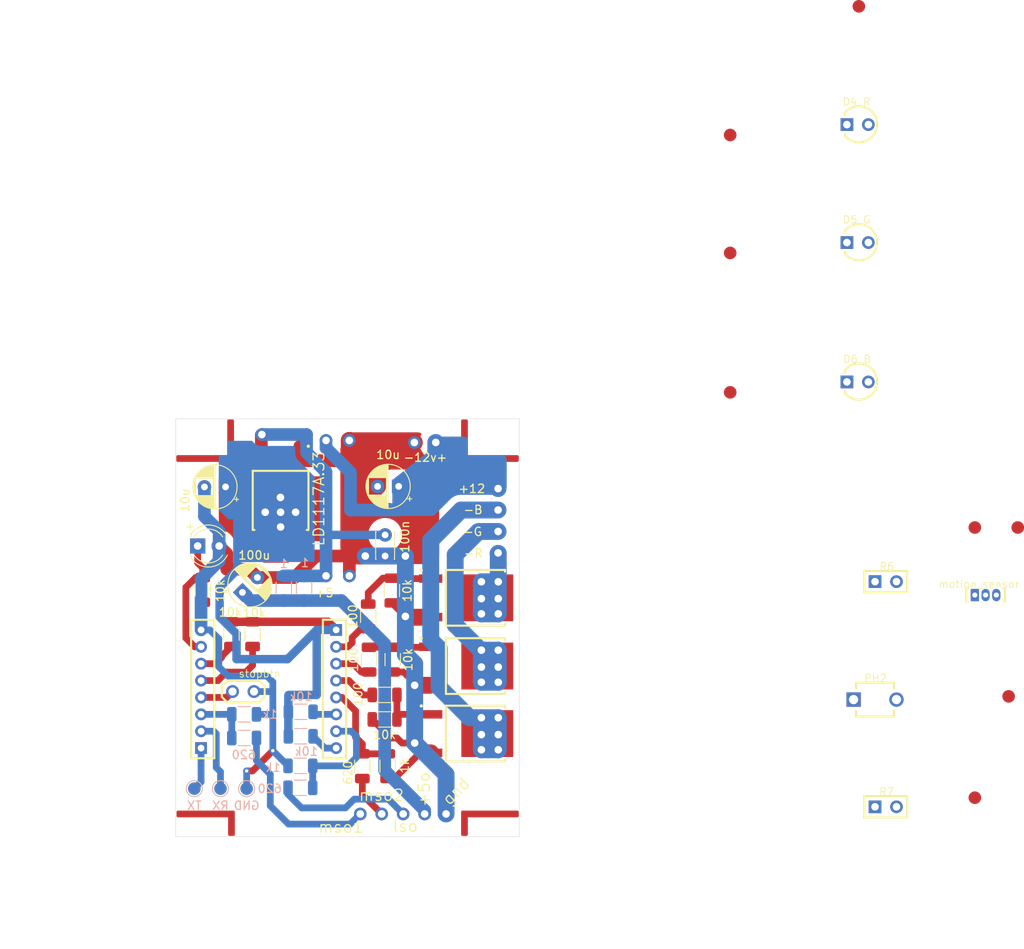
<source format=kicad_pcb>
(kicad_pcb (version 20240108) (generator "pcbnew") (generator_version "8.0")
  (layers (0 "F.Cu" signal) (31 "B.Cu" signal) (34 "B.Paste" user) (35 "F.Paste" user) (36 "B.SilkS" user "B.Silkscreen") (37 "F.SilkS" user "F.Silkscreen") (38 "B.Mask" user) (39 "F.Mask" user) (44 "Edge.Cuts" user))
  (net 0 "")
  (net 1 "Net_0")
  (net 2 "Net_1")
  (net 3 "Net_2")
  (net 4 "Net_3")
  (net 5 "Net_4")
  (net 6 "Net_5")
  (net 7 "Net_6")
  (net 8 "Net_7")
  (net 9 "Net_8")
  (net 10 "Net_9")
  (net 11 "Net_10")
  (net 12 "Net_11")
  (net 13 "Net_12")
  (net 14 "Net_13")
  (net 15 "Net_14")
  (net 16 "Net_15")
  (net 17 "Net_16")
  (net 18 "Net_17")
  (net 19 "Net_18")
  (net 20 "Net_19")
  (net 21 "Net_20")
  (net 22 "Net_21")
  (net 23 "Net_24")
  (net 24 "Net_25")
  (net 25 "Net_26")
  (net 26 "Net_27")
  (net 27 "Net_28")
  (net 28 "Net_29")
  (net 29 "Net_30")
  (net 30 "Net_32")
  (net 31 "Net_22")
  (net 32 "Net_33")
  (net 33 "Net_34")
  (net 34 "Net_35")
  (net 35 "Net_36")
  (footprint "Resistor_SMD:R_1206_3216Metric" (layer "F.Cu") (at 150.8011 103.4436 -90)
    (property "Reference" "R14")
    (property "Value" "100")
  )
  (footprint "darkness plata-5:One_Contact_Pin_motion+3.1" (layer "F.Cu") (at 152.4011 126.8436 90)
    (property "Reference" "motion_OUT2" (hide yes))
    (property "Value" "ONE CONNECTOR" (hide yes))
  )
  (footprint "darkness plata-5:One_Contact_Pin_+12stab" (layer "F.Cu") (at 208.911733 31.1854)
    (property "Reference" "+12stab0" (hide yes))
    (property "Value" "ONE CONNECTOR" (hide yes))
  )
  (footprint "darkness plata-5:One_Contact_Pin_-B" (layer "F.Cu") (at 166.1811 95.9236 180)
    (property "Reference" "-R0" (hide yes))
    (property "Value" "ONE CONNECTOR" (hide yes))
  )
  (footprint "Resistor_SMD:R_1206_3216Metric" (layer "F.Cu") (at 150.1011 121.1811 90)
    (property "Reference" "R10")
    (property "Value" "620")
  )
  (footprint "darkness plata-5:One_Contact_Pin_+3.3" (layer "F.Cu") (at 145.8011 82.6036)
    (property "Reference" "+12in0" (hide yes))
    (property "Value" "ONE CONNECTOR" (hide yes))
  )
  (footprint "darkness plata-5:One_Contact_Pin_+12stab" (layer "F.Cu") (at 193.671733 46.4254)
    (property "Reference" "from_RED-0" (hide yes))
    (property "Value" "ONE CONNECTOR" (hide yes))
  )
  (footprint "darkness plata-5:One_Contact_Pin_-B" (layer "F.Cu") (at 166.1811 90.8436 180)
    (property "Reference" "-B0" (hide yes))
    (property "Value" "ONE CONNECTOR" (hide yes))
  )
  (footprint "darkness plata-5:One_Contact_Pin_-B" (layer "F.Cu") (at 166.1811 93.3836 180)
    (property "Reference" "-G0" (hide yes))
    (property "Value" "ONE CONNECTOR" (hide yes))
  )
  (footprint "darkness plata-5:QEC112" (layer "F.Cu") (at 208.768337 45.194099)
    (property "Reference" "D4_R0" (hide yes))
    (property "Value" "QEC112" (hide yes))
  )
  (footprint "darkness plata-5:One_Contact_Pin_+12stab" (layer "F.Cu") (at 222.6511 124.914867)
    (property "Reference" "toADC0" (hide yes))
    (property "Value" "ONE CONNECTOR" (hide yes))
  )
  (footprint "darkness plata-5:SIP-3_4.58x1.55x1.27" (layer "F.Cu") (at 223.9211 100.914867)
    (property "Reference" "motion_sensor0" (hide yes))
    (property "Value" "A3058LU" (hide yes))
  )
  (footprint "Capacitor_THT:CP_Radial_D5.0mm_P2.50mm" (layer "F.Cu") (at 154.406213 88.0436 180)
    (property "Reference" "C1")
    (property "Value" "10u")
  )
  (footprint "Resistor_SMD:R_1206_3216Metric" (layer "F.Cu") (at 153.1011 121.1811 90)
    (property "Reference" "R10")
    (property "Value" "1k")
  )
  (footprint "darkness plata-5:QEC112" (layer "F.Cu") (at 208.768337 59.164099)
    (property "Reference" "D5_G0" (hide yes))
    (property "Value" "QEC112" (hide yes))
  )
  (footprint "darkness plata-5:One_Contact_Pin_+12stab" (layer "F.Cu") (at 227.7311 92.914867)
    (property "Reference" "toD5" (hide yes))
    (property "Value" "ONE CONNECTOR" (hide yes))
  )
  (footprint "darkness plata-5:51015-0800" (layer "F.Cu") (at 131.0011 112.0436 90)
    (property "Reference" "J1" (hide yes))
    (property "Value" "51015-0800" (hide yes))
  )
  (footprint "darkness plata-5:TO252_50N024-09P" (layer "F.Cu") (at 140.4211 88.6036 -90)
    (property "Reference" "Q4")
    (property "Value" "LD1117A.33")
  )
  (footprint "Resistor_SMD:R_1206_3216Metric" (layer "F.Cu") (at 150.9011 108.5636 -90)
    (property "Reference" "R16")
    (property "Value" "100")
  )
  (footprint "Capacitor_THT:CP_Radial_D5.0mm_P2.50mm" (layer "F.Cu") (at 133.9011 88.1036 180)
    (property "Reference" "C2" (hide yes))
    (property "Value" "10u")
  )
  (footprint "darkness plata-5:TO252_50N024-09P" (layer "F.Cu") (at 162.4011 117.3236)
    (property "Reference" "Q3" (hide yes))
    (property "Value" "P0903" (hide yes))
  )
  (footprint "darkness plata-5:HDR-1x2" (layer "F.Cu") (at 212.0986 125.994867)
    (property "Reference" "R7" (hide yes))
    (property "Value" "30k" (hide yes))
  )
  (footprint "Resistor_SMD:R_1206_3216Metric" (layer "F.Cu") (at 134.6011 105.5436 -90)
    (property "Reference" "R9")
    (property "Value" "10k")
  )
  (footprint "darkness plata-5:One_Contact_Pin_+12stab" (layer "F.Cu") (at 222.6511 92.914867)
    (property "Reference" "to+3.3v0" (hide yes))
    (property "Value" "ONE CONNECTOR" (hide yes))
  )
  (footprint "Resistor_SMD:R_1206_3216Metric" (layer "F.Cu") (at 152.7386 115.6436)
    (property "Reference" "R17")
    (property "Value" "10k")
  )
  (footprint "darkness plata-5:One_Contact_Pin" (layer "F.Cu") (at 158.8011 82.8436)
    (property "Reference" "+12" (hide yes))
    (property "Value" "ONE CONNECTOR" (hide yes))
  )
  (footprint "darkness plata-5:One_Contact_Pin_-3.3" (layer "F.Cu") (at 148.5611 98.6436)
    (property "Reference" "-3.3" (hide yes))
    (property "Value" "PAD" (hide yes))
  )
  (footprint "Resistor_SMD:R_1206_3216Metric" (layer "F.Cu") (at 137.1011 105.5436 -90)
    (property "Reference" "R8")
    (property "Value" "10k")
  )
  (footprint "darkness plata-5:TO252_50N024-09P" (layer "F.Cu") (at 162.4011 101.2436)
    (property "Reference" "Q1" (hide yes))
    (property "Value" "P0903" (hide yes))
  )
  (footprint "darkness plata-5:Pad_-12in" (layer "F.Cu") (at 148.5611 82.6036)
    (property "Reference" "-12in0" (hide yes))
    (property "Value" "PAD" (hide yes))
  )
  (footprint "darkness plata-5:One_Contact_Pin_motion+3.1" (layer "F.Cu") (at 149.8611 126.8436 90)
    (property "Reference" "motion_OUT1" (hide yes))
    (property "Value" "ONE CONNECTOR" (hide yes))
  )
  (footprint "darkness plata-5:51015-0800" (layer "F.Cu") (at 147.0011 112.0436 -90)
    (property "Reference" "J2" (hide yes))
    (property "Value" "51015-0800" (hide yes))
  )
  (footprint "darkness plata-5:One_Contact_Pin" (layer "F.Cu") (at 156.2611 82.8436)
    (property "Reference" "-12" (hide yes))
    (property "Value" "ONE CONNECTOR" (hide yes))
  )
  (footprint "darkness plata-5:One_Contact_Pin_motion+3.1" (layer "F.Cu") (at 154.9411 126.8436 180)
    (property "Reference" "LIGHT_SENSOR0" (hide yes))
    (property "Value" "ONE CONNECTOR" (hide yes))
  )
  (footprint "Resistor_SMD:R_1206_3216Metric" (layer "F.Cu") (at 152.7386 112.7436 180)
    (property "Reference" "R18")
    (property "Value" "100")
  )
  (footprint "Resistor_SMD:R_1206_3216Metric" (layer "F.Cu") (at 131.2011 100.3036 90)
    (property "Reference" "R11")
    (property "Value" "10k")
  )
  (footprint "Resistor_SMD:R_1206_3216Metric" (layer "F.Cu") (at 153.6011 100.3811 90)
    (property "Reference" "R13")
    (property "Value" "10k")
  )
  (footprint "Capacitor_THT:C_Disc_D3.0mm_W2.0mm_P2.50mm" (layer "F.Cu") (at 152.8011 93.7936 -90)
    (property "Reference" "100n")
    (property "Value" "100n")
  )
  (footprint "darkness plata-5:TO252_50N024-09P" (layer "F.Cu") (at 162.4011 109.3236)
    (property "Reference" "Q2" (hide yes))
    (property "Value" "P0903" (hide yes))
  )
  (footprint "darkness plata-5:One_Contact_Pin" (layer "F.Cu") (at 166.1811 88.3036 180)
    (property "Reference" "+rgb0" (hide yes))
    (property "Value" "ONE CONNECTOR" (hide yes))
  )
  (footprint "darkness plata-5:JMP" (layer "F.Cu") (at 136.0011 112.3436)
    (property "Reference" "stopbtn0" (hide yes))
    (property "Value" "JUMPER" (hide yes))
  )
  (footprint "darkness plata-5:One_Contact_Pin_motion+3.1" (layer "F.Cu") (at 157.4811 126.8436 180)
    (property "Reference" "motion+3.1" (hide yes))
    (property "Value" "ONE CONNECTOR" (hide yes))
  )
  (footprint "darkness plata-5:One_Contact_Pin_+12stab" (layer "F.Cu") (at 193.671733 60.3954)
    (property "Reference" "from_GREEN-0" (hide yes))
    (property "Value" "ONE CONNECTOR" (hide yes))
  )
  (footprint "darkness plata-5:BP104F" (layer "F.Cu") (at 210.8278 113.294867)
    (property "Reference" "PH2" (hide yes))
    (property "Value" "1k-150k" (hide yes))
  )
  (footprint "darkness plata-5:HDR-1x2" (layer "F.Cu") (at 212.0986 99.324867)
    (property "Reference" "R6" (hide yes))
    (property "Value" "2k" (hide yes))
  )
  (footprint "LED_THT:LED_D4.0mm" (layer "F.Cu") (at 130.6011 95.1036)
    (property "Reference" "D1")
    (property "Value" "4mm Round" (hide yes))
  )
  (footprint "darkness plata-5:One_Contact_Pin_+12stab" (layer "F.Cu") (at 226.6511 112.914867)
    (property "Reference" "toGND0" (hide yes))
    (property "Value" "ONE CONNECTOR" (hide yes))
  )
  (footprint "darkness plata-5:One_Contact_Pin_+3.3" (layer "F.Cu") (at 145.8011 98.6436)
    (property "Reference" "+3.3" (hide yes))
    (property "Value" "ONE CONNECTOR" (hide yes))
  )
  (footprint "darkness plata-5:One_Contact_Pin_motion+3.1" (layer "F.Cu") (at 160.0211 126.8436 180)
    (property "Reference" "motion_GND1" (hide yes))
    (property "Value" "ONE CONNECTOR" (hide yes))
  )
  (footprint "darkness plata-5:QEC112" (layer "F.Cu") (at 208.768337 75.674099)
    (property "Reference" "D6_B0" (hide yes))
    (property "Value" "QEC112" (hide yes))
  )
  (footprint "darkness plata-5:One_Contact_Pin_+12stab" (layer "F.Cu") (at 193.671733 76.9054)
    (property "Reference" "from_BLUE-0" (hide yes))
    (property "Value" "ONE CONNECTOR" (hide yes))
  )
  (footprint "Capacitor_THT:CP_Radial_D5.0mm_P2.50mm" (layer "F.Cu") (at 135.9011 100.6036 45)
    (property "Reference" "C2" (hide yes))
    (property "Value" "100u")
  )
  (footprint "Resistor_SMD:R_1206_3216Metric" (layer "F.Cu") (at 153.7011 108.5636 90)
    (property "Reference" "R15")
    (property "Value" "10k")
  )
  (footprint "Resistor_SMD:R_1206_3216Metric" (layer "B.Cu") (at 142.763537 123.7436)
    (property "Reference" "R10")
    (property "Value" "620")
  )
  (footprint "Resistor_SMD:R_1206_3216Metric" (layer "B.Cu") (at 143.201101 100.1036 90)
    (property "Reference" "R19" (hide yes))
    (property "Value" "1")
  )
  (footprint "TestPoint:TestPoint_Pad_D1.5mm" (layer "B.Cu") (at 136.4011 123.8436 180)
    (property "Reference" "GND")
    (property "Value" "GND")
  )
  (footprint "Resistor_SMD:R_1206_3216Metric" (layer "B.Cu") (at 136.1011 115.0436)
    (property "Reference" "R10")
    (property "Value" "1k")
  )
  (footprint "Resistor_SMD:R_1206_3216Metric" (layer "B.Cu") (at 142.8011 114.7436)
    (property "Reference" "R12")
    (property "Value" "10k")
  )
  (footprint "Resistor_SMD:R_1206_3216Metric" (layer "B.Cu") (at 142.8011 117.6436)
    (property "Reference" "R10")
    (property "Value" "10k")
  )
  (footprint "Resistor_SMD:R_1206_3216Metric" (layer "B.Cu") (at 136.1011 117.8436)
    (property "Reference" "R10")
    (property "Value" "620")
  )
  (footprint "TestPoint:TestPoint_Pad_D1.5mm" (layer "B.Cu") (at 133.3011 123.8436 180)
    (property "Reference" "RX")
    (property "Value" "RX")
  )
  (footprint "Resistor_SMD:R_1206_3216Metric" (layer "B.Cu") (at 142.763537 121.1436)
    (property "Reference" "R10")
    (property "Value" "1k")
  )
  (footprint "TestPoint:TestPoint_Pad_D1.5mm" (layer "B.Cu") (at 130.2011 123.8436 180)
    (property "Reference" "TX")
    (property "Value" "TX")
  )
  (footprint "Resistor_SMD:R_1206_3216Metric" (layer "B.Cu") (at 140.8011 100.1036 90)
    (property "Reference" "R19" (hide yes))
    (property "Value" "1")
  )
  (gr_rect (start 128.0011 80.0436) (end 168.7011 129.5436) (stroke (width 0.05)) (fill none) (layer "Edge.Cuts"))
  (gr_text "" (at 145.2741 86.1526 360) (layer "B.SilkS") (effects (font (size 0.001 0.001)) (justify left mirror)))
  (gr_text "" (at 135.5501 86.3246 360) (layer "B.SilkS") (effects (font (size 0.001 0.001)) (justify left mirror)))
  (gr_text "" (at 135.5501 86.3246 360) (layer "B.SilkS") (effects (font (size 0.001 0.001)) (justify left mirror)))
  (gr_text "" (at 142.5501 86.3246 360) (layer "B.SilkS") (effects (font (size 0.001 0.001)) (justify left mirror)))
  (gr_text "" (at 135.5501 92.9246 360) (layer "B.SilkS") (effects (font (size 0.001 0.001)) (justify left mirror)))
  (gr_text "" (at 135.5501 92.9246 360) (layer "B.SilkS") (effects (font (size 0.001 0.001)) (justify left mirror)))
  (gr_text "" (at 119.1111 107.3186 90) (layer "F.SilkS") (effects (font (size 0.001 0.001)) (justify left)))
  (gr_text "" (at 148.1811 103.8436 0) (layer "F.SilkS") (effects (font (size 0.001 0.001)) (justify left)))
  (gr_text "" (at 116.5711 103.5086 90) (layer "F.SilkS") (effects (font (size 0.001 0.001)) (justify left)))
  (gr_text "" (at 207.2831 60.5016 0) (layer "F.SilkS") (effects (font (size 0.001 0.001)) (justify left)))
  (gr_text "" (at 214.6381 100.5946 0) (layer "F.SilkS") (effects (font (size 0.001 0.001)) (justify left)))
  (gr_text "" (at 160.0021 98.0236 0) (layer "F.SilkS") (effects (font (size 0.001 0.001)) (justify left)))
  (gr_text "-G" (at 161.9511 94.0036 0) (layer "F.SilkS") (effects (font (size 1 1)) (justify left bottom)))
  (gr_text "" (at 209.5591 124.7246 0) (layer "F.SilkS") (effects (font (size 0.001 0.001)) (justify left)))
  (gr_text "" (at 167.0021 104.6236 0) (layer "F.SilkS") (effects (font (size 0.001 0.001)) (justify left)))
  (gr_text "" (at 160.0021 114.0236 0) (layer "F.SilkS") (effects (font (size 0.001 0.001)) (justify left)))
  (gr_text "" (at 154.6711 86.3446 0) (layer "F.SilkS") (effects (font (size 0.001 0.001)) (justify left)))
  (gr_text "gnd" (at 159.3011 124.9536 45) (layer "F.SilkS") (effects (font (size 1.332 1.332) (thickness 0.148)) (justify left top)))
  (gr_text "" (at 207.2331 74.3216 0) (layer "F.SilkS") (effects (font (size 0.001 0.001)) (justify left)))
  (gr_text "" (at 209.5591 127.2646 0) (layer "F.SilkS") (effects (font (size 0.001 0.001)) (justify left)))
  (gr_text "" (at 154.3711 86.6446 0) (layer "F.SilkS") (effects (font (size 0.001 0.001)) (justify left)))
  (gr_text "stopbtn" (at 135.4011 110.7436 0) (layer "F.SilkS") (effects (font (size 0.8883 0.8883) (thickness 0.0987)) (justify left bottom)))
  (gr_text "" (at 208.5781 111.2946 0) (layer "F.SilkS") (effects (font (size 0.001 0.001)) (justify left)))
  (gr_text "" (at 208.5781 111.9446 0) (layer "F.SilkS") (effects (font (size 0.001 0.001)) (justify left)))
  (gr_text "" (at 167.0021 114.0236 0) (layer "F.SilkS") (effects (font (size 0.001 0.001)) (justify left)))
  (gr_text "mso1" (at 144.8011 127.6136 0) (layer "F.SilkS") (effects (font (size 1.332 1.332) (thickness 0.148)) (justify left top)))
  (gr_text "" (at 155.6861 113.8516 0) (layer "F.SilkS") (effects (font (size 0.001 0.001)) (justify left)))
  (gr_text "" (at 221.6311 100.1446 0) (layer "F.SilkS") (effects (font (size 0.001 0.001)) (justify left)))
  (gr_text "" (at 160.0021 106.0236 0) (layer "F.SilkS") (effects (font (size 0.001 0.001)) (justify left)))
  (gr_text "" (at 226.2111 100.1446 0) (layer "F.SilkS") (effects (font (size 0.001 0.001)) (justify left)))
  (gr_text "" (at 117.2061 107.9536 90) (layer "F.SilkS") (effects (font (size 0.001 0.001)) (justify left)))
  (gr_text "" (at 221.6311 101.6846 0) (layer "F.SilkS") (effects (font (size 0.001 0.001)) (justify left)))
  (gr_text "" (at 207.2331 43.8416 0) (layer "F.SilkS") (effects (font (size 0.001 0.001)) (justify left)))
  (gr_text "" (at 209.5591 127.2646 0) (layer "F.SilkS") (effects (font (size 0.001 0.001)) (justify left)))
  (gr_text "" (at 167.0021 120.6236 0) (layer "F.SilkS") (effects (font (size 0.001 0.001)) (justify left)))
  (gr_text "" (at 118.4761 107.9536 90) (layer "F.SilkS") (effects (font (size 0.001 0.001)) (justify left)))
  (gr_text "" (at 129.8211 120.2436 90) (layer "F.SilkS") (effects (font (size 0.001 0.001)) (justify left)))
  (gr_text "" (at 207.2331 57.8116 0) (layer "F.SilkS") (effects (font (size 0.001 0.001)) (justify left)))
  (gr_text "+5" (at 144.4011 101.2536 0) (layer "F.SilkS") (effects (font (size 1 1)) (justify left bottom)))
  (gr_text "" (at 167.0021 106.0236 0) (layer "F.SilkS") (effects (font (size 0.001 0.001)) (justify left)))
  (gr_text "" (at 207.2831 46.5316 0) (layer "F.SilkS") (effects (font (size 0.001 0.001)) (justify left)))
  (gr_text "" (at 208.5781 115.2946 0) (layer "F.SilkS") (effects (font (size 0.001 0.001)) (justify left)))
  (gr_text "" (at 155.6861 105.8516 0) (layer "F.SilkS") (effects (font (size 0.001 0.001)) (justify left)))
  (gr_text "" (at 155.6861 97.8516 0) (layer "F.SilkS") (effects (font (size 0.001 0.001)) (justify left)))
  (gr_text "" (at 209.5591 98.0546 0) (layer "F.SilkS") (effects (font (size 0.001 0.001)) (justify left)))
  (gr_text "" (at 221.6311 100.1446 0) (layer "F.SilkS") (effects (font (size 0.001 0.001)) (justify left)))
  (gr_text "" (at 207.2331 43.8416 0) (layer "F.SilkS") (effects (font (size 0.001 0.001)) (justify left)))
  (gr_text "" (at 226.0311 101.6846 0) (layer "F.SilkS") (effects (font (size 0.001 0.001)) (justify left)))
  (gr_text "" (at 208.5781 115.2946 0) (layer "F.SilkS") (effects (font (size 0.001 0.001)) (justify left)))
  (gr_text "" (at 167.0021 106.0236 0) (layer "F.SilkS") (effects (font (size 0.001 0.001)) (justify left)))
  (gr_text "" (at 135.7791 82.4246 0) (layer "F.SilkS") (effects (font (size 0.001 0.001)) (justify left)))
  (gr_text "D4_R" (at 206.9351 43.0096 0) (layer "F.SilkS") (effects (font (size 0.8883 0.8883) (thickness 0.0987)) (justify left bottom)))
  (gr_text "" (at 209.5591 100.5946 0) (layer "F.SilkS") (effects (font (size 0.001 0.001)) (justify left)))
  (gr_text "" (at 207.2831 77.0116 0) (layer "F.SilkS") (effects (font (size 0.001 0.001)) (justify left)))
  (gr_text "D6_B" (at 206.9841 73.4896 0) (layer "F.SilkS") (effects (font (size 0.8883 0.8883) (thickness 0.0987)) (justify left bottom)))
  (gr_text "+" (at 129.0511 93.3536 0) (layer "F.SilkS") (effects (font (size 1 1) (thickness 0.1)) (justify left bottom)))
  (gr_text "-B" (at 162.0011 91.4036 0) (layer "F.SilkS") (effects (font (size 1 1)) (justify left bottom)))
  (gr_text "" (at 167.0021 112.6236 0) (layer "F.SilkS") (effects (font (size 0.001 0.001)) (justify left)))
  (gr_text "" (at 167.0021 104.6236 0) (layer "F.SilkS") (effects (font (size 0.001 0.001)) (justify left)))
  (gr_text "" (at 214.6381 127.2646 0) (layer "F.SilkS") (effects (font (size 0.001 0.001)) (justify left)))
  (gr_text "" (at 128.9021 92.8136 90) (layer "F.SilkS") (effects (font (size 0.001 0.001)) (justify left)))
  (gr_text "" (at 167.0021 98.0236 0) (layer "F.SilkS") (effects (font (size 0.001 0.001)) (justify left)))
  (gr_text "R7" (at 211.2611 124.7246 0) (layer "F.SilkS") (effects (font (size 0.8883 0.8883) (thickness 0.0987)) (justify left bottom)))
  (gr_text "" (at 213.0781 114.5946 0) (layer "F.SilkS") (effects (font (size 0.001 0.001)) (justify left)))
  (gr_text "" (at 116.5711 107.3186 90) (layer "F.SilkS") (effects (font (size 0.001 0.001)) (justify left)))
  (gr_text "R6" (at 211.2861 98.0546 0) (layer "F.SilkS") (effects (font (size 0.8883 0.8883) (thickness 0.0987)) (justify left bottom)))
  (gr_text "" (at 132.9391 81.6646 0) (layer "F.SilkS") (effects (font (size 0.001 0.001)) (justify left)))
  (gr_text "" (at 131.1001 92.8136 90) (layer "F.SilkS") (effects (font (size 0.001 0.001)) (justify left)))
  (gr_text "-12v+" (at 154.9011 85.2036 0) (layer "F.SilkS") (effects (font (size 1 1)) (justify left bottom)))
  (gr_text "" (at 167.0021 120.6236 0) (layer "F.SilkS") (effects (font (size 0.001 0.001)) (justify left)))
  (gr_text "" (at 167.0021 98.0236 0) (layer "F.SilkS") (effects (font (size 0.001 0.001)) (justify left)))
  (gr_text "" (at 118.4761 102.8736 90) (layer "F.SilkS") (effects (font (size 0.001 0.001)) (justify left)))
  (gr_text "" (at 207.2331 74.3216 0) (layer "F.SilkS") (effects (font (size 0.001 0.001)) (justify left)))
  (gr_text "+12" (at 161.4011 88.9036 0) (layer "F.SilkS") (effects (font (size 1 1)) (justify left bottom)))
  (gr_text "" (at 207.2331 57.8116 0) (layer "F.SilkS") (effects (font (size 0.001 0.001)) (justify left)))
  (gr_text "mso2" (at 149.6011 123.8436 0) (layer "F.SilkS") (effects (font (size 1.332 1.332) (thickness 0.148)) (justify left top)))
  (gr_text "" (at 167.0021 112.6236 0) (layer "F.SilkS") (effects (font (size 0.001 0.001)) (justify left)))
  (gr_text "PH2" (at 209.4931 111.2946 0) (layer "F.SilkS") (effects (font (size 0.8883 0.8883) (thickness 0.0987)) (justify left bottom)))
  (gr_text "lso" (at 153.6011 127.5036 0) (layer "F.SilkS") (effects (font (size 1.332 1.332) (thickness 0.148)) (justify left top)))
  (gr_text "D5_G" (at 206.9351 56.9796 0) (layer "F.SilkS") (effects (font (size 0.8883 0.8883) (thickness 0.0987)) (justify left bottom)))
  (gr_text "" (at 133.2391 81.3646 0) (layer "F.SilkS") (effects (font (size 0.001 0.001)) (justify left)))
  (gr_text "-R" (at 162.0511 96.5536 0) (layer "F.SilkS") (effects (font (size 1 1)) (justify left bottom)))
  (gr_text "+5o" (at 156.6511 126.1036 90) (layer "F.SilkS") (effects (font (size 1.332 1.332) (thickness 0.148)) (justify left top)))
  (gr_text "" (at 157.2111 87.4056 0) (layer "F.SilkS") (effects (font (size 0.001 0.001)) (justify left)))
  (gr_text "" (at 213.0781 111.9946 0) (layer "F.SilkS") (effects (font (size 0.001 0.001)) (justify left)))
  (gr_text "" (at 119.1111 103.5086 90) (layer "F.SilkS") (effects (font (size 0.001 0.001)) (justify left)))
  (gr_text "" (at 226.0311 100.1446 0) (layer "F.SilkS") (effects (font (size 0.001 0.001)) (justify left)))
  (gr_text "" (at 209.5591 100.5946 0) (layer "F.SilkS") (effects (font (size 0.001 0.001)) (justify left)))
  (gr_text "" (at 167.0021 114.0236 0) (layer "F.SilkS") (effects (font (size 0.001 0.001)) (justify left)))
  (gr_text "motion_sensor" (at 218.2951 100.1446 0) (layer "F.SilkS") (effects (font (size 0.8883 0.8883) (thickness 0.0987)) (justify left bottom)))
  (gr_text "" (at 118.4761 107.9536 90) (layer "F.SilkS") (effects (font (size 0.001 0.001)) (justify left)))
  (segment (start 132.8011 117.3436) (end 132.8011 121.3436) (width 0.8) (layer "B.Cu") (net 0))
  (segment (start 132.5011 117.0436) (end 132.8011 117.3436) (width 0.8) (layer "B.Cu") (net 0))
  (segment (start 131.0011 119.0436) (end 131.0011 123.0436) (width 0.8) (layer "B.Cu") (net 0))
  (segment (start 132.8011 121.3436) (end 133.3011 121.8436) (width 0.8) (layer "B.Cu") (net 0))
  (segment (start 131.0011 123.0436) (end 130.2011 123.8436) (width 0.8) (layer "B.Cu") (net 0))
  (segment (start 133.3011 121.8436) (end 133.3011 123.6436) (width 0.8) (layer "B.Cu") (net 0))
  (segment (start 131.0011 117.0436) (end 132.5011 117.0436) (width 0.8) (layer "B.Cu") (net 0))
  (segment (start 158.2011 98.9636) (end 153.6461 98.9636) (width 0.8) (layer "F.Cu") (net 1))
  (segment (start 152.5261 98.9186) (end 153.6011 98.9186) (width 0.8) (layer "F.Cu") (net 1))
  (segment (start 150.8011 101.9811) (end 150.8011 100.6436) (width 0.8) (layer "F.Cu") (net 1))
  (segment (start 153.6461 98.9636) (end 153.6011 98.9186) (width 0.8) (layer "F.Cu") (net 1))
  (segment (start 150.8011 100.6436) (end 152.5261 98.9186) (width 0.8) (layer "F.Cu") (net 1))
  (segment (start 131.201101 104.843599) (end 131.0011 105.0436) (width 0.8) (layer "F.Cu") (net 2))
  (segment (start 153.4761 117.8436) (end 154.2011 117.8436) (width 0.8) (layer "F.Cu") (net 2))
  (segment (start 151.906213 85.738487) (end 154.8011 82.8436) (width 2) (layer "F.Cu") (net 2))
  (segment (start 157.4611 119.6036) (end 158.2011 119.6036) (width 2) (layer "F.Cu") (net 2))
  (segment (start 148.265867 85.0036) (end 148.565867 84.7036) (width 1.5) (layer "F.Cu") (net 2))
  (segment (start 137.1011 121.7436) (end 139.501037 119.343663) (width 0.8) (layer "F.Cu") (net 2))
  (segment (start 144.6111 96.2936) (end 142.068867 98.835833) (width 1.5) (layer "F.Cu") (net 2))
  (segment (start 151.2761 115.6436) (end 153.4761 117.8436) (width 0.8) (layer "F.Cu") (net 2))
  (segment (start 156.3011 111.3436) (end 156.3011 111.6036) (width 0.8) (layer "F.Cu") (net 2))
  (segment (start 137.668867 98.835833) (end 136.676634 97.8436) (width 1.5) (layer "F.Cu") (net 2))
  (segment (start 148.5611 82.6036) (end 148.565867 82.608367) (width 2) (layer "F.Cu") (net 2))
  (segment (start 134.0411 97.8436) (end 134.0411 96.0036) (width 1.5) (layer "F.Cu") (net 2))
  (segment (start 155.3011 103.5436) (end 158.1811 103.5436) (width 2) (layer "F.Cu") (net 2))
  (segment (start 148.565867 83.589967) (end 148.5611 83.5852) (width 2) (layer "F.Cu") (net 2))
  (segment (start 142.7011 84.6036) (end 143.1011 85.0036) (width 1.5) (layer "F.Cu") (net 2))
  (segment (start 156.9411 119.6036) (end 158.2011 119.6036) (width 0.8) (layer "F.Cu") (net 2))
  (segment (start 153.7011 110.0261) (end 154.9836 110.0261) (width 0.8) (layer "F.Cu") (net 2))
  (segment (start 142.7011 84.4036) (end 142.7011 83.3036) (width 1.5) (layer "F.Cu") (net 2))
  (segment (start 148.615867 96.2936) (end 148.565867 96.3436) (width 1.5) (layer "F.Cu") (net 2))
  (segment (start 154.2011 117.8436) (end 154.8011 118.4436) (width 0.8) (layer "F.Cu") (net 2))
  (segment (start 148.565867 88.0436) (end 151.906213 88.0436) (width 2) (layer "F.Cu") (net 2))
  (segment (start 134.0411 96.0036) (end 133.1411 95.1036) (width 1.5) (layer "F.Cu") (net 2))
  (segment (start 156.3011 118.4436) (end 157.4611 119.6036) (width 2) (layer "F.Cu") (net 2))
  (segment (start 148.5611 83.5852) (end 148.5611 82.6036) (width 2) (layer "F.Cu") (net 2))
  (segment (start 143.1011 85.0036) (end 148.265867 85.0036) (width 1.5) (layer "F.Cu") (net 2))
  (segment (start 148.565867 84.7036) (end 148.565867 96.3436) (width 2) (layer "F.Cu") (net 2))
  (segment (start 154.8011 118.4436) (end 156.3011 118.4436) (width 0.8) (layer "F.Cu") (net 2))
  (segment (start 142.068867 98.835833) (end 137.668867 98.835833) (width 1.5) (layer "F.Cu") (net 2))
  (segment (start 151.906213 88.0436) (end 151.906213 85.738487) (width 2) (layer "F.Cu") (net 2))
  (segment (start 155.2011 96.2936) (end 148.615867 96.2936) (width 2) (layer "F.Cu") (net 2))
  (segment (start 136.676634 97.8436) (end 134.0411 97.8436) (width 1.5) (layer "F.Cu") (net 2))
  (segment (start 148.565867 95.6436) (end 148.565867 90.1436) (width 2) (layer "F.Cu") (net 2))
  (segment (start 155.2011 103.4436) (end 153.6011 101.8436) (width 0.8) (layer "F.Cu") (net 2))
  (segment (start 139.501037 119.343663) (end 139.5011 119.343663) (width 0.8) (layer "F.Cu") (net 2))
  (segment (start 153.1011 122.6436) (end 153.9011 122.6436) (width 0.8) (layer "F.Cu") (net 2))
  (segment (start 131.201101 101.7661) (end 131.201101 104.843599) (width 0.8) (layer "F.Cu") (net 2))
  (segment (start 154.9836 110.0261) (end 156.3011 111.3436) (width 0.8) (layer "F.Cu") (net 2))
  (segment (start 148.565867 96.3436) (end 148.565867 98.638833) (width 1.5) (layer "F.Cu") (net 2))
  (segment (start 151.906213 88.0436) (end 151.7011 88.0436) (width 1.5) (layer "F.Cu") (net 2))
  (segment (start 154.8011 82.8436) (end 156.2611 82.8436) (width 2) (layer "F.Cu") (net 2))
  (segment (start 148.615867 96.2936) (end 144.6111 96.2936) (width 1.5) (layer "F.Cu") (net 2))
  (segment (start 136.4011 121.7436) (end 137.1011 121.7436) (width 0.8) (layer "F.Cu") (net 2))
  (segment (start 155.2011 103.4436) (end 155.3011 103.5436) (width 2) (layer "F.Cu") (net 2))
  (segment (start 153.9011 122.6436) (end 156.9411 119.6036) (width 0.8) (layer "F.Cu") (net 2))
  (segment (start 148.565867 98.638833) (end 148.5611 98.6436) (width 1.5) (layer "F.Cu") (net 2))
  (segment (start 148.565867 82.608367) (end 148.565867 84.7036) (width 2) (layer "F.Cu") (net 2))
  (segment (start 158.06985 111.6036) (end 156.33235 111.6036) (width 2) (layer "F.Cu") (net 2))
  (segment (start 158.1811 103.5436) (end 158.2011 103.5236) (width 1.5) (layer "F.Cu") (net 2))
  (via (at 156.3011 118.4436) (size 1.5) (drill 0.9) (layers "F.Cu" "B.Cu") (net 2))
  (via (at 155.2011 96.2936) (size 1.5) (drill 0.9) (layers "F.Cu" "B.Cu") (net 2))
  (via (at 150.4511 96.2936) (size 1.5) (drill 0.9) (layers "F.Cu" "B.Cu") (net 2))
  (via (at 136.4011 121.7436) (size 0.8) (drill 0.4) (layers "F.Cu" "B.Cu") (net 2))
  (via (at 156.3011 111.6036) (size 1.5) (drill 0.9) (layers "F.Cu" "B.Cu") (net 2))
  (via (at 155.2011 103.4436) (size 1.5) (drill 0.9) (layers "F.Cu" "B.Cu") (net 2))
  (via (at 139.5011 119.343663) (size 0.8) (drill 0.4) (layers "F.Cu" "B.Cu") (net 2))
  (segment (start 139.5011 119.343663) (end 139.5011 114.9436) (width 0.8) (layer "B.Cu") (net 2))
  (segment (start 160.0211 126.8436) (end 160.0211 122.1636) (width 2) (layer "B.Cu") (net 2))
  (segment (start 133.1011 106.1036) (end 133.1011 109.4036) (width 0.8) (layer "B.Cu") (net 2))
  (segment (start 139.5011 111.2036) (end 139.5011 114.9436) (width 0.8) (layer "B.Cu") (net 2))
  (segment (start 155.2011 107.9436) (end 156.3011 109.0436) (width 2) (layer "B.Cu") (net 2))
  (segment (start 133.1411 93.3436) (end 133.1411 95.1036) (width 1.5) (layer "B.Cu") (net 2))
  (segment (start 139.4011 115.0436) (end 139.5011 114.9436) (width 0.8) (layer "B.Cu") (net 2))
  (segment (start 155.2011 103.4436) (end 155.2011 96.2936) (width 2) (layer "B.Cu") (net 2))
  (segment (start 131.4011 88.1036) (end 131.4011 91.6036) (width 1.5) (layer "B.Cu") (net 2))
  (segment (start 131.0011 99.0036) (end 133.1411 96.8636) (width 1.5) (layer "B.Cu") (net 2))
  (segment (start 137.5636 115.0436) (end 139.4011 115.0436) (width 0.8) (layer "B.Cu") (net 2))
  (segment (start 155.2011 103.6436) (end 155.2011 107.9436) (width 2) (layer "B.Cu") (net 2))
  (segment (start 138.8011 110.5036) (end 139.5011 111.2036) (width 0.8) (layer "B.Cu") (net 2))
  (segment (start 156.3011 109.0436) (end 156.3011 118.4436) (width 2) (layer "B.Cu") (net 2))
  (segment (start 133.1411 96.8636) (end 133.1411 95.1036) (width 1.5) (layer "B.Cu") (net 2))
  (segment (start 131.0011 105.0436) (end 131.0011 99.0036) (width 1.5) (layer "B.Cu") (net 2))
  (segment (start 155.2011 96.2936) (end 150.4511 96.2936) (width 2) (layer "B.Cu") (net 2))
  (segment (start 160.0211 122.1636) (end 156.3011 118.4436) (width 2) (layer "B.Cu") (net 2))
  (segment (start 133.1011 109.4036) (end 134.2011 110.5036) (width 0.8) (layer "B.Cu") (net 2))
  (segment (start 131.0011 105.0436) (end 132.0411 105.0436) (width 0.8) (layer "B.Cu") (net 2))
  (segment (start 132.0411 105.0436) (end 133.1011 106.1036) (width 0.8) (layer "B.Cu") (net 2))
  (segment (start 134.2011 110.5036) (end 138.8011 110.5036) (width 0.8) (layer "B.Cu") (net 2))
  (segment (start 137.2711 112.3436) (end 139.4011 112.3436) (width 0.8) (layer "B.Cu") (net 2))
  (segment (start 131.4011 91.6036) (end 133.1411 93.3436) (width 1.5) (layer "B.Cu") (net 2))
  (segment (start 139.5011 119.343663) (end 141.301037 121.1436) (width 0.8) (layer "B.Cu") (net 2))
  (segment (start 136.4011 123.8436) (end 136.4011 121.7436) (width 0.8) (layer "B.Cu") (net 2))
  (segment (start 149.9386 104.9061) (end 150.8011 104.9061) (width 0.8) (layer "F.Cu") (net 3))
  (segment (start 147.0011 107.0436) (end 148.4011 107.0436) (width 0.8) (layer "F.Cu") (net 3))
  (segment (start 148.9011 105.9436) (end 149.9386 104.9061) (width 0.8) (layer "F.Cu") (net 3))
  (segment (start 148.9011 106.5436) (end 148.9011 105.9436) (width 0.8) (layer "F.Cu") (net 3))
  (segment (start 148.4011 107.0436) (end 148.9011 106.5436) (width 0.8) (layer "F.Cu") (net 3))
  (segment (start 166.2011 101.0436) (end 165.1811 101.0436) (width 0.8) (layer "F.Cu") (net 4))
  (segment (start 165.1811 101.0436) (end 164.9011 101.3236) (width 0.8) (layer "F.Cu") (net 4))
  (via (at 164.2011 101.3436) (size 1.5) (drill 0.9) (layers "F.Cu" "B.Cu") (net 4))
  (via (at 166.2011 99.3436) (size 1.5) (drill 0.9) (layers "F.Cu" "B.Cu") (net 4))
  (via (at 164.2011 103.1436) (size 1.5) (drill 0.9) (layers "F.Cu" "B.Cu") (net 4))
  (via (at 166.2011 101.3436) (size 1.5) (drill 0.9) (layers "F.Cu" "B.Cu") (net 4))
  (via (at 166.2011 103.1436) (size 1.5) (drill 0.9) (layers "F.Cu" "B.Cu") (net 4))
  (via (at 164.2011 99.3436) (size 1.5) (drill 0.9) (layers "F.Cu" "B.Cu") (net 4))
  (segment (start 166.2011 103.1436) (end 166.2011 95.9836) (width 2) (layer "B.Cu") (net 4))
  (segment (start 164.2011 99.3436) (end 166.2011 99.3436) (width 2) (layer "B.Cu") (net 4))
  (segment (start 166.2011 95.9836) (end 166.1811 95.9836) (width 2) (layer "B.Cu") (net 4))
  (segment (start 164.2011 103.1436) (end 164.2011 99.3436) (width 2) (layer "B.Cu") (net 4))
  (segment (start 166.2011 103.1436) (end 164.2011 103.1436) (width 2) (layer "B.Cu") (net 4))
  (segment (start 158.8011 86.8436) (end 158.8011 82.8436) (width 2) (layer "B.Cu") (net 5))
  (segment (start 166.1811 88.3036) (end 164.5211 86.6436) (width 2) (layer "B.Cu") (net 5))
  (segment (start 148.7011 90.8436) (end 148.7011 86.4036) (width 1.5) (layer "B.Cu") (net 5))
  (segment (start 164.5211 86.6436) (end 158.8011 86.6436) (width 2) (layer "B.Cu") (net 5))
  (segment (start 157.6011 88.0436) (end 158.8011 86.8436) (width 2) (layer "B.Cu") (net 5))
  (segment (start 145.8011 83.5036) (end 145.8011 82.6036) (width 1.5) (layer "B.Cu") (net 5))
  (segment (start 154.406213 88.0436) (end 154.406213 90.8436) (width 1.5) (layer "B.Cu") (net 5))
  (segment (start 148.7011 86.4036) (end 145.8011 83.5036) (width 1.5) (layer "B.Cu") (net 5))
  (segment (start 154.406213 90.8436) (end 148.7011 90.8436) (width 1.5) (layer "B.Cu") (net 5))
  (segment (start 154.406213 88.0436) (end 157.6011 88.0436) (width 1.5) (layer "B.Cu") (net 5))
  (segment (start 153.9811 107.1011) (end 158.1436 107.1011) (width 0.8) (layer "F.Cu") (net 6))
  (segment (start 158.1436 107.1011) (end 158.2011 107.0436) (width 0.8) (layer "F.Cu") (net 6))
  (segment (start 151.1811 107.1011) (end 153.9811 107.1011) (width 0.8) (layer "F.Cu") (net 6))
  (segment (start 147.0011 109.0436) (end 149.0011 109.0436) (width 0.8) (layer "F.Cu") (net 7))
  (segment (start 149.9836 110.0261) (end 151.1811 110.0261) (width 0.8) (layer "F.Cu") (net 7))
  (segment (start 149.0011 109.0436) (end 149.9836 110.0261) (width 0.8) (layer "F.Cu") (net 7))
  (segment (start 148.8011 117.0436) (end 147.0011 117.0436) (width 0.8) (layer "B.Cu") (net 8))
  (segment (start 148.4011 121.1436) (end 149.4011 120.1436) (width 0.8) (layer "B.Cu") (net 8))
  (segment (start 144.226037 121.1436) (end 148.4011 121.1436) (width 0.8) (layer "B.Cu") (net 8))
  (segment (start 149.4011 120.1436) (end 149.4011 117.6436) (width 0.8) (layer "B.Cu") (net 8))
  (segment (start 144.226037 121.1436) (end 144.226037 123.7436) (width 0.8) (layer "B.Cu") (net 8))
  (segment (start 149.4011 117.6436) (end 148.8011 117.0436) (width 0.8) (layer "B.Cu") (net 8))
  (segment (start 166.2011 109.0436) (end 165.1811 109.0436) (width 0.8) (layer "F.Cu") (net 9))
  (segment (start 165.1811 109.0436) (end 164.9011 109.3236) (width 0.8) (layer "F.Cu") (net 9))
  (via (at 166.2011 111.2436) (size 1.5) (drill 0.9) (layers "F.Cu" "B.Cu") (net 9))
  (via (at 164.2011 109.4436) (size 1.5) (drill 0.9) (layers "F.Cu" "B.Cu") (net 9))
  (via (at 166.2011 109.4436) (size 1.5) (drill 0.9) (layers "F.Cu" "B.Cu") (net 9))
  (via (at 164.2011 107.4436) (size 1.5) (drill 0.9) (layers "F.Cu" "B.Cu") (net 9))
  (via (at 164.2011 111.2436) (size 1.5) (drill 0.9) (layers "F.Cu" "B.Cu") (net 9))
  (via (at 166.2011 107.4436) (size 1.5) (drill 0.9) (layers "F.Cu" "B.Cu") (net 9))
  (segment (start 166.2011 111.2436) (end 164.2011 111.2436) (width 2) (layer "B.Cu") (net 9))
  (segment (start 163.8011 93.4436) (end 163.8611 93.4436) (width 2) (layer "B.Cu") (net 9))
  (segment (start 161.1011 104.4436) (end 161.1011 96.1436) (width 2) (layer "B.Cu") (net 9))
  (segment (start 166.2011 107.4436) (end 164.1011 107.4436) (width 2) (layer "B.Cu") (net 9))
  (segment (start 164.1011 107.4436) (end 161.1011 104.4436) (width 2) (layer "B.Cu") (net 9))
  (segment (start 164.2011 107.4436) (end 164.2011 111.2436) (width 2) (layer "B.Cu") (net 9))
  (segment (start 163.8611 93.3836) (end 166.1811 93.3836) (width 2) (layer "B.Cu") (net 9))
  (segment (start 166.2011 111.2436) (end 166.2011 107.4436) (width 2) (layer "B.Cu") (net 9))
  (segment (start 161.1011 96.1436) (end 163.8011 93.4436) (width 2) (layer "B.Cu") (net 9))
  (segment (start 148.5011 111.0436) (end 147.0011 111.0436) (width 0.8) (layer "F.Cu") (net 10))
  (segment (start 150.2011 112.7436) (end 151.2761 112.7436) (width 0.8) (layer "F.Cu") (net 10))
  (segment (start 148.5011 111.0436) (end 150.2011 112.7436) (width 0.8) (layer "F.Cu") (net 10))
  (segment (start 154.2011 112.6436) (end 154.2011 114.5436) (width 0.8) (layer "F.Cu") (net 11))
  (segment (start 154.2011 114.5436) (end 154.2011 115.5436) (width 0.8) (layer "F.Cu") (net 11))
  (segment (start 158.2011 115.0436) (end 154.4011 115.0436) (width 0.8) (layer "F.Cu") (net 11))
  (segment (start 134.6386 115.0436) (end 134.6386 117.8436) (width 0.8) (layer "B.Cu") (net 12))
  (segment (start 134.6386 115.0436) (end 131.0011 115.0436) (width 0.8) (layer "B.Cu") (net 12))
  (via (at 166.2011 115.4436) (size 1.5) (drill 0.9) (layers "F.Cu" "B.Cu") (net 14))
  (via (at 164.2011 119.2436) (size 1.5) (drill 0.9) (layers "F.Cu" "B.Cu") (net 14))
  (via (at 166.2011 119.2436) (size 1.5) (drill 0.9) (layers "F.Cu" "B.Cu") (net 14))
  (via (at 164.2011 117.4436) (size 1.5) (drill 0.9) (layers "F.Cu" "B.Cu") (net 14))
  (via (at 166.2011 117.4436) (size 1.5) (drill 0.9) (layers "F.Cu" "B.Cu") (net 14))
  (via (at 164.2011 115.4436) (size 1.5) (drill 0.9) (layers "F.Cu" "B.Cu") (net 14))
  (segment (start 159.2011 107.2436) (end 159.2011 111.8436) (width 2) (layer "B.Cu") (net 14))
  (segment (start 159.2011 111.8436) (end 162.8011 115.4436) (width 2) (layer "B.Cu") (net 14))
  (segment (start 158.2011 106.2436) (end 159.2011 107.2436) (width 2) (layer "B.Cu") (net 14))
  (segment (start 161.8011 90.8436) (end 158.2011 94.4436) (width 2) (layer "B.Cu") (net 14))
  (segment (start 166.2011 115.4436) (end 166.2011 119.2436) (width 2) (layer "B.Cu") (net 14))
  (segment (start 166.2011 119.2436) (end 164.2011 119.2436) (width 2) (layer "B.Cu") (net 14))
  (segment (start 158.2011 94.4436) (end 158.2011 106.2436) (width 2) (layer "B.Cu") (net 14))
  (segment (start 166.1811 90.8436) (end 161.8011 90.8436) (width 2) (layer "B.Cu") (net 14))
  (segment (start 164.2011 115.4436) (end 164.2011 119.2436) (width 2) (layer "B.Cu") (net 14))
  (segment (start 162.8011 115.4436) (end 166.2011 115.4436) (width 2) (layer "B.Cu") (net 14))
  (segment (start 134.0311 113.0436) (end 131.0011 113.0436) (width 0.8) (layer "F.Cu") (net 22))
  (segment (start 134.7311 112.3436) (end 134.0311 113.0436) (width 0.8) (layer "F.Cu") (net 22))
  (segment (start 131.0011 112.9436) (end 131.2011 112.7436) (width 0.8) (layer "B.Cu") (net 22))
  (segment (start 131.0011 113.0436) (end 131.0011 112.9436) (width 0.8) (layer "B.Cu") (net 22))
  (segment (start 144.2636 114.7436) (end 144.5636 115.0436) (width 0.8) (layer "B.Cu") (net 24))
  (segment (start 144.5636 115.0436) (end 147.0011 115.0436) (width 0.8) (layer "B.Cu") (net 24))
  (segment (start 133.421201 108.323499) (end 132.7011 109.0436) (width 0.8) (layer "F.Cu") (net 25))
  (segment (start 132.7011 109.0436) (end 131.0011 109.0436) (width 0.8) (layer "F.Cu") (net 25))
  (segment (start 133.421201 108.185999) (end 133.421201 108.323499) (width 0.8) (layer "F.Cu") (net 25))
  (segment (start 134.6011 107.0061) (end 133.421201 108.185999) (width 0.8) (layer "F.Cu") (net 25))
  (segment (start 137.2636 107.0061) (end 137.4011 107.1436) (width 0.2) (layer "F.Cu") (net 26))
  (segment (start 136.3011 110.0436) (end 134.0011 110.0436) (width 0.8) (layer "F.Cu") (net 26))
  (segment (start 134.0011 110.0436) (end 133.0011 111.0436) (width 0.8) (layer "F.Cu") (net 26))
  (segment (start 133.0011 111.0436) (end 131.0011 111.0436) (width 0.8) (layer "F.Cu") (net 26))
  (segment (start 137.1011 107.0061) (end 137.2636 107.0061) (width 0.2) (layer "F.Cu") (net 26))
  (segment (start 137.1011 107.0061) (end 137.1011 109.2436) (width 0.8) (layer "F.Cu") (net 26))
  (segment (start 137.1011 109.2436) (end 136.3011 110.0436) (width 0.8) (layer "F.Cu") (net 26))
  (segment (start 144.2636 117.6436) (end 145.6636 119.0436) (width 0.8) (layer "B.Cu") (net 27))
  (segment (start 145.6636 119.0436) (end 147.0011 119.0436) (width 0.8) (layer "B.Cu") (net 27))
  (segment (start 129.2011 106.0036) (end 130.2411 107.0436) (width 0.8) (layer "F.Cu") (net 28))
  (segment (start 129.2011 100.0036) (end 129.2011 106.0036) (width 0.8) (layer "F.Cu") (net 28))
  (segment (start 130.6011 95.1036) (end 130.6011 97.1036) (width 0.8) (layer "F.Cu") (net 28))
  (segment (start 130.3636 98.8411) (end 129.2011 100.0036) (width 0.8) (layer "F.Cu") (net 28))
  (segment (start 130.2411 107.0436) (end 131.0011 107.0436) (width 0.8) (layer "F.Cu") (net 28))
  (segment (start 130.6011 97.1036) (end 131.201099 97.703599) (width 0.8) (layer "F.Cu") (net 28))
  (segment (start 131.201099 98.8411) (end 130.3636 98.8411) (width 0.8) (layer "F.Cu") (net 28))
  (segment (start 131.201099 97.703599) (end 131.201099 98.8411) (width 0.8) (layer "F.Cu") (net 28))
  (segment (start 150.1011 118.5436) (end 149.3011 117.7436) (width 0.8) (layer "F.Cu") (net 29))
  (segment (start 149.3011 114.6436) (end 147.7011 113.0436) (width 0.8) (layer "F.Cu") (net 29))
  (segment (start 150.1011 119.7186) (end 150.1011 118.5436) (width 0.8) (layer "F.Cu") (net 29))
  (segment (start 147.7011 113.0436) (end 147.0011 113.0436) (width 0.8) (layer "F.Cu") (net 29))
  (segment (start 153.1011 119.7186) (end 150.1011 119.7186) (width 0.8) (layer "F.Cu") (net 29))
  (segment (start 149.3011 117.7436) (end 149.3011 114.6436) (width 0.8) (layer "F.Cu") (net 29))
  (segment (start 146.0386 104.0811) (end 147.0011 105.0436) (width 1) (layer "F.Cu") (net 30))
  (segment (start 133.9011 88.1036) (end 136.7011 88.1036) (width 1.5) (layer "F.Cu") (net 30))
  (segment (start 136.7011 88.1036) (end 139.7011 91.1036) (width 1.5) (layer "F.Cu") (net 30))
  (segment (start 139.7011 91.1036) (end 140.4211 91.1036) (width 1.5) (layer "F.Cu") (net 30))
  (segment (start 137.1011 104.0811) (end 134.6011 104.0811) (width 1) (layer "F.Cu") (net 30))
  (segment (start 137.1011 104.0811) (end 146.0386 104.0811) (width 1) (layer "F.Cu") (net 30))
  (via (at 138.6011 91.1036) (size 1.5) (drill 0.9) (layers "F.Cu" "B.Cu") (net 30))
  (via (at 140.4011 89.3536) (size 1.5) (drill 0.9) (layers "F.Cu" "B.Cu") (net 30))
  (via (at 140.4211 91.1036) (size 1.5) (drill 0.9) (layers "F.Cu" "B.Cu") (net 30))
  (via (at 140.4211 92.8536) (size 1.5) (drill 0.9) (layers "F.Cu" "B.Cu") (net 30))
  (via (at 142.2011 91.1036) (size 1.5) (drill 0.9) (layers "F.Cu" "B.Cu") (net 30))
  (segment (start 144.7011 105.0436) (end 147.0011 105.0436) (width 1) (layer "B.Cu") (net 30))
  (segment (start 144.7011 112.7436) (end 144.7011 105.0436) (width 1) (layer "B.Cu") (net 30))
  (segment (start 135.3011 97.9036) (end 133.2011 100.0036) (width 1) (layer "B.Cu") (net 30))
  (segment (start 141.2411 108.5036) (end 144.7011 105.0436) (width 1) (layer "B.Cu") (net 30))
  (segment (start 133.2011 103.5036) (end 135.2011 105.5036) (width 1) (layer "B.Cu") (net 30))
  (segment (start 141.3386 117.6436) (end 141.3386 112.7811) (width 1) (layer "B.Cu") (net 30))
  (segment (start 141.3761 112.7436) (end 144.7011 112.7436) (width 1) (layer "B.Cu") (net 30))
  (segment (start 135.2011 108.5036) (end 141.2411 108.5036) (width 1) (layer "B.Cu") (net 30))
  (segment (start 135.2011 105.5036) (end 135.2011 108.5036) (width 1) (layer "B.Cu") (net 30))
  (segment (start 133.2011 100.0036) (end 133.2011 103.5036) (width 1) (layer "B.Cu") (net 30))
  (segment (start 133.9011 88.1036) (end 135.3011 89.5036) (width 1) (layer "B.Cu") (net 30))
  (segment (start 135.3011 89.5036) (end 135.3011 97.9036) (width 1) (layer "B.Cu") (net 30))
  (segment (start 152.7511 121.6836) (end 157.4811 126.4136) (width 1.5) (layer "B.Cu") (net 31))
  (segment (start 140.801099 101.5661) (end 136.8636 101.5661) (width 1.5) (layer "B.Cu") (net 31))
  (segment (start 140.801099 101.5661) (end 143.2011 101.5661) (width 1.5) (layer "B.Cu") (net 31))
  (segment (start 152.7511 106.6936) (end 152.7511 121.6836) (width 1.5) (layer "B.Cu") (net 31))
  (segment (start 143.2011 101.5661) (end 147.6236 101.5661) (width 1.5) (layer "B.Cu") (net 31))
  (segment (start 147.6236 101.5661) (end 152.7511 106.6936) (width 1.5) (layer "B.Cu") (net 31))
  (segment (start 157.4811 126.4136) (end 157.4811 126.8436) (width 1.5) (layer "B.Cu") (net 31))
  (segment (start 136.8636 101.5661) (end 135.9011 100.6036) (width 1.5) (layer "B.Cu") (net 31))
  (segment (start 148.1111 126.118726) (end 149.136226 125.0936) (width 0.8) (layer "B.Cu") (net 32))
  (segment (start 153.1911 125.0936) (end 154.9411 126.8436) (width 0.8) (layer "B.Cu") (net 32))
  (segment (start 141.301037 124.5186) (end 142.901163 126.118726) (width 0.8) (layer "B.Cu") (net 32))
  (segment (start 142.901163 126.118726) (end 148.1111 126.118726) (width 0.8) (layer "B.Cu") (net 32))
  (segment (start 141.301037 123.7436) (end 141.301037 124.5186) (width 0.8) (layer "B.Cu") (net 32))
  (segment (start 149.136226 125.0936) (end 153.1911 125.0936) (width 0.8) (layer "B.Cu") (net 32))
  (segment (start 141.3636 128.0436) (end 148.6611 128.0436) (width 0.8) (layer "B.Cu") (net 33))
  (segment (start 139.2011 125.8811) (end 141.3636 128.0436) (width 0.8) (layer "B.Cu") (net 33))
  (segment (start 137.5636 120.5061) (end 139.2011 122.1436) (width 0.8) (layer "B.Cu") (net 33))
  (segment (start 139.2011 122.1436) (end 139.2011 125.8811) (width 0.8) (layer "B.Cu") (net 33))
  (segment (start 148.6611 128.0436) (end 149.8611 126.8436) (width 0.8) (layer "B.Cu") (net 33))
  (segment (start 137.5636 117.8436) (end 137.5636 120.5061) (width 0.8) (layer "B.Cu") (net 33))
  (segment (start 150.1011 122.6436) (end 150.1011 124.5436) (width 0.8) (layer "F.Cu") (net 34))
  (segment (start 150.1011 124.5436) (end 152.4011 126.8436) (width 0.8) (layer "F.Cu") (net 34))
  (segment (start 138.1411 81.9636) (end 138.1411 84.8036) (width 1.5) (layer "F.Cu") (net 35))
  (segment (start 138.2011 81.9036) (end 138.1411 81.9636) (width 1.5) (layer "F.Cu") (net 35))
  (via (at 138.2011 81.9036) (size 1.5) (drill 0.9) (layers "F.Cu" "B.Cu") (net 35))
  (segment (start 143.5011 81.9036) (end 143.5011 84.032028) (width 1.5) (layer "B.Cu") (net 35))
  (segment (start 143.201102 98.6411) (end 140.801101 98.6411) (width 1.5) (layer "B.Cu") (net 35))
  (segment (start 145.8011 93.8036) (end 145.8011 98.6436) (width 1.5) (layer "B.Cu") (net 35))
  (segment (start 145.8111 93.7936) (end 145.8011 93.8036) (width 1) (layer "B.Cu") (net 35))
  (segment (start 143.203602 98.6436) (end 143.201102 98.6411) (width 1.5) (layer "B.Cu") (net 35))
  (segment (start 145.8011 98.6436) (end 143.203602 98.6436) (width 1.5) (layer "B.Cu") (net 35))
  (segment (start 145.8011 86.332028) (end 145.8011 93.8036) (width 1.5) (layer "B.Cu") (net 35))
  (segment (start 143.5011 84.032028) (end 145.8011 86.332028) (width 1.5) (layer "B.Cu") (net 35))
  (segment (start 138.2011 81.9036) (end 143.5011 81.9036) (width 1.5) (layer "B.Cu") (net 35))
  (segment (start 152.8011 93.7936) (end 145.8111 93.7936) (width 1) (layer "B.Cu") (net 35))
  (zone (net 0) (net_name "") (layer "F.Cu") (priority 5) (connect_pads yes (clearance 0.33)) (min_thickness 0.3175) (fill yes (thermal_gap 0.5) (thermal_bridge_width 0.5) (island_removal_mode 1) (island_area_min 10))
    (polygon (pts (xy 135.0011 129.4436) (xy 134.2011 129.4436) (xy 134.2011 127.2436) (xy 128.1011 127.2436) (xy 128.1011 126.4436) (xy 135.0011 126.4436)))
  )
  (zone (net 30) (net_name "Net_32") (layer "F.Cu") (name "5v-2") (priority 1) (connect_pads yes (clearance 1)) (min_thickness 0.25) (fill yes (thermal_gap 0.5) (thermal_bridge_width 0.5) (island_removal_mode 1) (island_area_min 10))
    (polygon (pts (xy 133.1011 97.1936) (xy 146.9011 97.1936) (xy 146.9011 86.8436) (xy 133.1011 86.8436)))
  )
  (zone (net 0) (net_name "") (layer "F.Cu") (priority 5) (connect_pads yes (clearance 0.33)) (min_thickness 0.3175) (fill yes (thermal_gap 0.5) (thermal_bridge_width 0.5) (island_removal_mode 1) (island_area_min 10))
    (polygon (pts (xy 162.6011 84.3436) (xy 168.7011 84.3436) (xy 168.7011 85.1436) (xy 161.8011 85.1436) (xy 161.8011 80.0436) (xy 162.6011 80.0436)))
  )
  (zone (net 2) (net_name "Net_1") (layer "F.Cu") (name "-12v") (priority 3) (connect_pads yes (clearance 1.2)) (min_thickness 0.25) (fill yes (thermal_gap 0.5) (thermal_bridge_width 0.5) (smoothing fillet) (radius 1) (island_removal_mode 1) (island_area_min 10))
    (polygon (pts (xy 147.5011 81.6436) (xy 157.1011 81.6436) (xy 159.2011 84.0436) (xy 159.2011 97.2436) (xy 152.8011 97.2436) (xy 151.6011 96.3436) (xy 147.5011 96.3436)))
  )
  (zone (net 0) (net_name "") (layer "F.Cu") (priority 5) (connect_pads yes (clearance 0.33)) (min_thickness 0.3175) (fill yes (thermal_gap 0.5) (thermal_bridge_width 0.5) (island_removal_mode 1) (island_area_min 10))
    (polygon (pts (xy 134.9011 85.1436) (xy 128.0011 85.1436) (xy 128.0011 84.3436) (xy 134.1011 84.3436) (xy 134.1011 80.0436) (xy 134.9011 80.0436)))
  )
  (zone (net 0) (net_name "") (layer "F.Cu") (priority 5) (connect_pads yes (clearance 0.33)) (min_thickness 0.3175) (fill yes (thermal_gap 0.5) (thermal_bridge_width 0.5) (island_removal_mode 1) (island_area_min 10))
    (polygon (pts (xy 168.7011 127.2436) (xy 162.6011 127.2436) (xy 162.6011 129.4436) (xy 161.8011 129.4436) (xy 161.8011 126.4436) (xy 168.7011 126.4436)))
  )
  (zone (net 5) (net_name "Net_4") (layer "B.Cu") (name "12v") (connect_pads yes (clearance 0.8)) (min_thickness 0.25) (fill yes (thermal_gap 0.5) (thermal_bridge_width 0.5) (smoothing fillet) (radius 0.5) (island_removal_mode 1) (island_area_min 10))
    (polygon (pts (xy 167.2011 88.3436) (xy 166.2011 89.3436) (xy 161.9011 89.3436) (xy 159.7011 91.5436) (xy 153.7011 91.5436) (xy 153.7011 87.2436) (xy 157.8011 84.0436) (xy 159.5011 82.1436) (xy 162.6011 82.1436) (xy 162.6011 84.3436) (xy 167.2011 84.3436)))
  )
  (zone (net 30) (net_name "Net_32") (layer "B.Cu") (name "5v") (priority 2) (connect_pads yes (clearance 1)) (min_thickness 0.25) (fill yes (thermal_gap 0.5) (thermal_bridge_width 0.5) (island_removal_mode 1) (island_area_min 10))
    (polygon (pts (xy 144.9011 82.6436) (xy 144.9011 97.0036) (xy 134.8011 97.0036) (xy 134.8011 91.9436) (xy 133.1011 91.9436) (xy 133.1011 84.3436) (xy 134.1011 84.3436) (xy 134.1011 82.6436)))
  )
)
</source>
